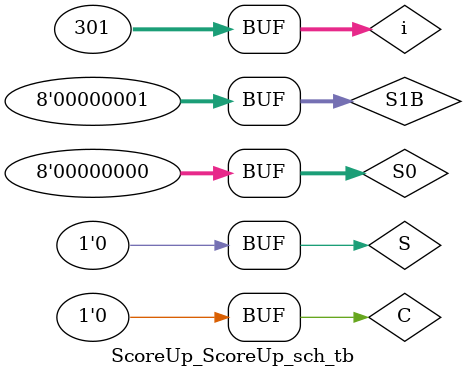
<source format=v>

`timescale 1ns / 1ps

module ScoreUp_ScoreUp_sch_tb();

// Inputs
   reg [7:0] S1A;
   reg [7:0] S1B;
   reg C;
   reg S;
   reg [7:0] S0;

// Output
   wire Co;
   wire [7:0] O;

// Bidirs

// Instantiate the UUT
   ScoreUp UUT (
		.Co(Co), 
		.O(O), 
		.S1A(S1A), 
		.S1B(S1B), 
		.C(C), 
		.S(S), 
		.S0(S0)
   );
// Initialize Inputs
	integer i;
       initial begin
		S1A = 8'b00000000;
		S1B = 8'b00000001;
		C = 0;
		S = 1;
		S0 = 8'b00000000;
		for(i=0;i<=300;i=i+1)begin
		#100
		if(i==150) S=0;
		S1A=O;
		end
		
end
endmodule

</source>
